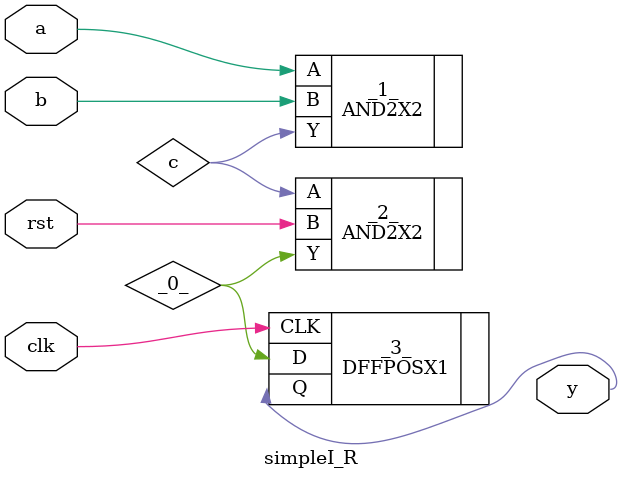
<source format=v>
/* Generated by Yosys 0.6 (git sha1 UNKNOWN, clang 3.4-1ubuntu3 -fPIC -Os) */

module simpleI_R(a, b, clk, rst, y);
  wire _0_;
  input a;
  input b;
  wire c;
  input clk;
  input rst;
  output y;
  AND2X2 _1_ (
    .A(a),
    .B(b),
    .Y(c)
  );
  AND2X2 _2_ (
    .A(c),
    .B(rst),
    .Y(_0_)
  );
  DFFPOSX1 _3_ (
    .CLK(clk),
    .D(_0_),
    .Q(y)
  );
endmodule

</source>
